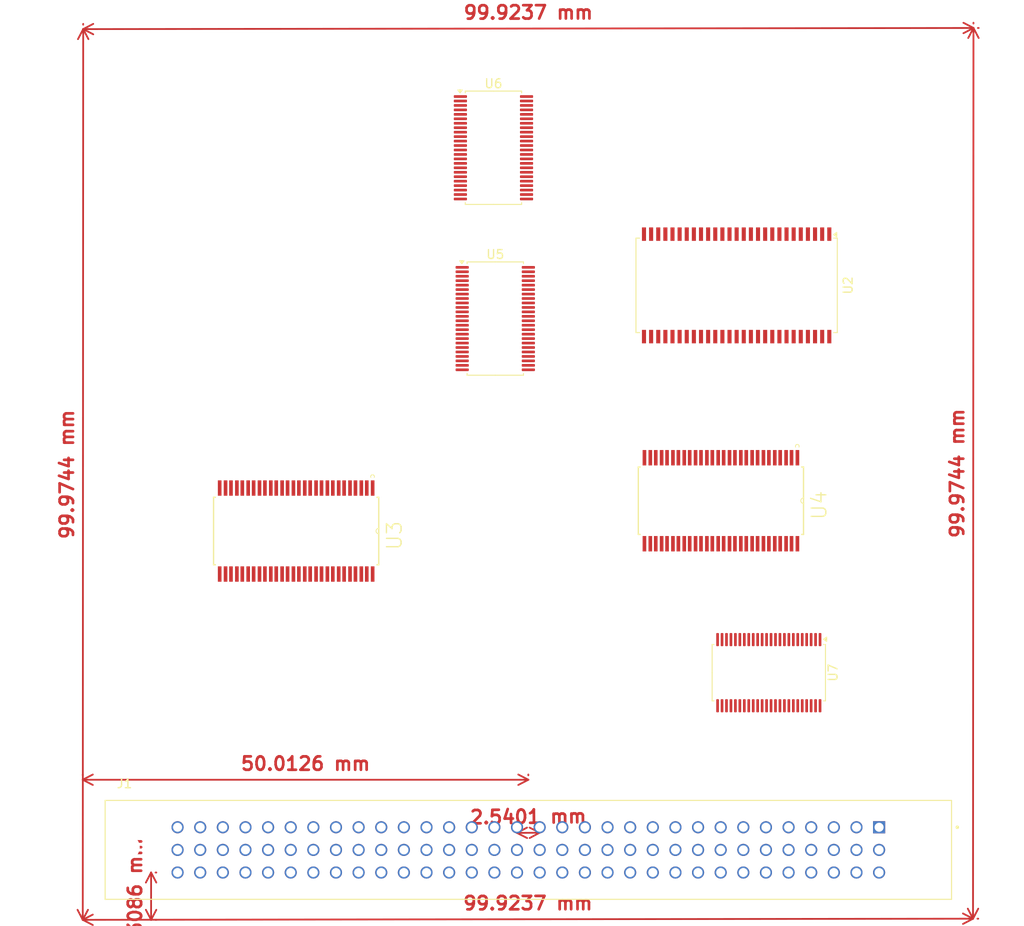
<source format=kicad_pcb>
(kicad_pcb (version 20240108) (generator "pcbnew") (generator_version "8.0")
  (layers (0 "F.Cu" signal) (31 "B.Cu" signal) (34 "B.Paste" user) (35 "F.Paste" user) (36 "B.SilkS" user "B.Silkscreen") (37 "F.SilkS" user "F.Silkscreen") (38 "B.Mask" user) (39 "F.Mask" user) (44 "Edge.Cuts" user))
  (net 0 "")
  (net 259 "Net-(U5-V_{CC(A)}-Pad31)")
  (net 260 "Net-(U5-GND-Pad10)")
  (net 270 "Net-(U5-V_{CC(B)}-Pad18)")
  (net 299 "Net-(U6-V_{CC(B)}-Pad18)")
  (net 303 "Net-(U6-GND-Pad10)")
  (net 310 "Net-(U6-V_{CC(A)}-Pad31)")
  (net 343 "Net-(U7-GND-Pad10)")
  (net 356 "Net-(U7-V_{CC(B)}-Pad18)")
  (net 357 "Net-(U7-V_{CC(A)}-Pad31)")
  (footprint "74AC16652DLR:SOP63P1035X279-56N" (layer "F.Cu") (at 129.7686 99.8728 -90)
    (property "Reference" "U4" (at 0.508 -11.0236 90) (layer "F.SilkS") (effects (font (size 1.64 1.64))))
    (property "Value" "74AC16652DLR")
    (pad "1" smd rect (at -4.826 -8.5852 270) (size 1.7272 0.4064) (layers "F.Cu" "F.Paste" "F.Mask"))
    (pad "2" smd rect (at -4.826 -7.9248 270) (size 1.7272 0.4064) (layers "F.Cu" "F.Paste" "F.Mask"))
    (pad "3" smd rect (at -4.826 -7.3152 270) (size 1.7272 0.4064) (layers "F.Cu" "F.Paste" "F.Mask"))
    (pad "4" smd rect (at -4.826 -6.6548 270) (size 1.7272 0.4064) (layers "F.Cu" "F.Paste" "F.Mask"))
    (pad "5" smd rect (at -4.826 -6.0452 270) (size 1.7272 0.4064) (layers "F.Cu" "F.Paste" "F.Mask"))
    (pad "6" smd rect (at -4.826 -5.3848 270) (size 1.7272 0.4064) (layers "F.Cu" "F.Paste" "F.Mask"))
    (pad "7" smd rect (at -4.826 -4.7752 270) (size 1.7272 0.4064) (layers "F.Cu" "F.Paste" "F.Mask"))
    (pad "8" smd rect (at -4.826 -4.1148 270) (size 1.7272 0.4064) (layers "F.Cu" "F.Paste" "F.Mask"))
    (pad "9" smd rect (at -4.826 -3.5052 270) (size 1.7272 0.4064) (layers "F.Cu" "F.Paste" "F.Mask"))
    (pad "10" smd rect (at -4.826 -2.8448 270) (size 1.7272 0.4064) (layers "F.Cu" "F.Paste" "F.Mask"))
    (pad "11" smd rect (at -4.826 -2.2352 270) (size 1.7272 0.4064) (layers "F.Cu" "F.Paste" "F.Mask"))
    (pad "12" smd rect (at -4.826 -1.5748 270) (size 1.7272 0.4064) (layers "F.Cu" "F.Paste" "F.Mask"))
    (pad "13" smd rect (at -4.826 -0.9652 270) (size 1.7272 0.4064) (layers "F.Cu" "F.Paste" "F.Mask"))
    (pad "14" smd rect (at -4.826 -0.3048 270) (size 1.7272 0.4064) (layers "F.Cu" "F.Paste" "F.Mask"))
    (pad "15" smd rect (at -4.826 0.3048 270) (size 1.7272 0.4064) (layers "F.Cu" "F.Paste" "F.Mask"))
    (pad "16" smd rect (at -4.826 0.9652 270) (size 1.7272 0.4064) (layers "F.Cu" "F.Paste" "F.Mask"))
    (pad "17" smd rect (at -4.826 1.5748 270) (size 1.7272 0.4064) (layers "F.Cu" "F.Paste" "F.Mask"))
    (pad "18" smd rect (at -4.826 2.2352 270) (size 1.7272 0.4064) (layers "F.Cu" "F.Paste" "F.Mask"))
    (pad "19" smd rect (at -4.826 2.8448 270) (size 1.7272 0.4064) (layers "F.Cu" "F.Paste" "F.Mask"))
    (pad "20" smd rect (at -4.826 3.5052 270) (size 1.7272 0.4064) (layers "F.Cu" "F.Paste" "F.Mask"))
    (pad "21" smd rect (at -4.826 4.1148 270) (size 1.7272 0.4064) (layers "F.Cu" "F.Paste" "F.Mask"))
    (pad "22" smd rect (at -4.826 4.7752 270) (size 1.7272 0.4064) (layers "F.Cu" "F.Paste" "F.Mask"))
    (pad "23" smd rect (at -4.826 5.3848 270) (size 1.7272 0.4064) (layers "F.Cu" "F.Paste" "F.Mask"))
    (pad "24" smd rect (at -4.826 6.0452 270) (size 1.7272 0.4064) (layers "F.Cu" "F.Paste" "F.Mask"))
    (pad "25" smd rect (at -4.826 6.6548 270) (size 1.7272 0.4064) (layers "F.Cu" "F.Paste" "F.Mask"))
    (pad "26" smd rect (at -4.826 7.3152 270) (size 1.7272 0.4064) (layers "F.Cu" "F.Paste" "F.Mask"))
    (pad "27" smd rect (at -4.826 7.9248 270) (size 1.7272 0.4064) (layers "F.Cu" "F.Paste" "F.Mask"))
    (pad "28" smd rect (at -4.826 8.5852 270) (size 1.7272 0.4064) (layers "F.Cu" "F.Paste" "F.Mask"))
    (pad "29" smd rect (at 4.826 8.5852 90) (size 1.7272 0.4064) (layers "F.Cu" "F.Paste" "F.Mask"))
    (pad "30" smd rect (at 4.826 7.9248 90) (size 1.7272 0.4064) (layers "F.Cu" "F.Paste" "F.Mask"))
    (pad "31" smd rect (at 4.826 7.3152 90) (size 1.7272 0.4064) (layers "F.Cu" "F.Paste" "F.Mask"))
    (pad "32" smd rect (at 4.826 6.6548 90) (size 1.7272 0.4064) (layers "F.Cu" "F.Paste" "F.Mask"))
    (pad "33" smd rect (at 4.826 6.0452 90) (size 1.7272 0.4064) (layers "F.Cu" "F.Paste" "F.Mask"))
    (pad "34" smd rect (at 4.826 5.3848 90) (size 1.7272 0.4064) (layers "F.Cu" "F.Paste" "F.Mask"))
    (pad "35" smd rect (at 4.826 4.7752 90) (size 1.7272 0.4064) (layers "F.Cu" "F.Paste" "F.Mask"))
    (pad "36" smd rect (at 4.826 4.1148 90) (size 1.7272 0.4064) (layers "F.Cu" "F.Paste" "F.Mask"))
    (pad "37" smd rect (at 4.826 3.5052 90) (size 1.7272 0.4064) (layers "F.Cu" "F.Paste" "F.Mask"))
    (pad "38" smd rect (at 4.826 2.8448 90) (size 1.7272 0.4064) (layers "F.Cu" "F.Paste" "F.Mask"))
    (pad "39" smd rect (at 4.826 2.2352 90) (size 1.7272 0.4064) (layers "F.Cu" "F.Paste" "F.Mask"))
    (pad "40" smd rect (at 4.826 1.5748 90) (size 1.7272 0.4064) (layers "F.Cu" "F.Paste" "F.Mask"))
    (pad "41" smd rect (at 4.826 0.9652 90) (size 1.7272 0.4064) (layers "F.Cu" "F.Paste" "F.Mask"))
    (pad "42" smd rect (at 4.826 0.3048 90) (size 1.7272 0.4064) (layers "F.Cu" "F.Paste" "F.Mask"))
    (pad "43" smd rect (at 4.826 -0.3048 90) (size 1.7272 0.4064) (layers "F.Cu" "F.Paste" "F.Mask"))
    (pad "44" smd rect (at 4.826 -0.9652 90) (size 1.7272 0.4064) (layers "F.Cu" "F.Paste" "F.Mask"))
    (pad "45" smd rect (at 4.826 -1.5748 90) (size 1.7272 0.4064) (layers "F.Cu" "F.Paste" "F.Mask"))
    (pad "46" smd rect (at 4.826 -2.2352 90) (size 1.7272 0.4064) (layers "F.Cu" "F.Paste" "F.Mask"))
    (pad "47" smd rect (at 4.826 -2.8448 90) (size 1.7272 0.4064) (layers "F.Cu" "F.Paste" "F.Mask"))
    (pad "48" smd rect (at 4.826 -3.5052 90) (size 1.7272 0.4064) (layers "F.Cu" "F.Paste" "F.Mask"))
    (pad "49" smd rect (at 4.826 -4.1148 90) (size 1.7272 0.4064) (layers "F.Cu" "F.Paste" "F.Mask"))
    (pad "50" smd rect (at 4.826 -4.7752 90) (size 1.7272 0.4064) (layers "F.Cu" "F.Paste" "F.Mask"))
    (pad "51" smd rect (at 4.826 -5.3848 90) (size 1.7272 0.4064) (layers "F.Cu" "F.Paste" "F.Mask"))
    (pad "52" smd rect (at 4.826 -6.0452 90) (size 1.7272 0.4064) (layers "F.Cu" "F.Paste" "F.Mask"))
    (pad "53" smd rect (at 4.826 -6.6548 90) (size 1.7272 0.4064) (layers "F.Cu" "F.Paste" "F.Mask"))
    (pad "54" smd rect (at 4.826 -7.3152 90) (size 1.7272 0.4064) (layers "F.Cu" "F.Paste" "F.Mask"))
    (pad "55" smd rect (at 4.826 -7.9248 90) (size 1.7272 0.4064) (layers "F.Cu" "F.Paste" "F.Mask"))
    (pad "56" smd rect (at 4.826 -8.5852 90) (size 1.7272 0.4064) (layers "F.Cu" "F.Paste" "F.Mask"))
  )
  (footprint "Package_SO:TSSOP-48_6.1x12.5mm_P0.5mm" (layer "F.Cu") (at 135.1442 119.1727 -90)
    (property "Reference" "U7" (at 0 -7.2 90) (layer "F.SilkS"))
    (property "Value" "74ALVC164245")
    (pad "1" smd roundrect (at -3.7125 -5.75 270) (size 1.475 0.3) (layers "F.Cu" "F.Paste" "F.Mask"))
    (pad "2" smd roundrect (at -3.7125 -5.25 270) (size 1.475 0.3) (layers "F.Cu" "F.Paste" "F.Mask"))
    (pad "3" smd roundrect (at -3.7125 -4.75 270) (size 1.475 0.3) (layers "F.Cu" "F.Paste" "F.Mask"))
    (pad "4" smd roundrect (at -3.7125 -4.25 270) (size 1.475 0.3) (layers "F.Cu" "F.Paste" "F.Mask") (net 343 "Net-(U7-GND-Pad10)"))
    (pad "5" smd roundrect (at -3.7125 -3.75 270) (size 1.475 0.3) (layers "F.Cu" "F.Paste" "F.Mask"))
    (pad "6" smd roundrect (at -3.7125 -3.25 270) (size 1.475 0.3) (layers "F.Cu" "F.Paste" "F.Mask"))
    (pad "7" smd roundrect (at -3.7125 -2.75 270) (size 1.475 0.3) (layers "F.Cu" "F.Paste" "F.Mask") (net 356 "Net-(U7-V_{CC(B)}-Pad18)"))
    (pad "8" smd roundrect (at -3.7125 -2.25 270) (size 1.475 0.3) (layers "F.Cu" "F.Paste" "F.Mask"))
    (pad "9" smd roundrect (at -3.7125 -1.75 270) (size 1.475 0.3) (layers "F.Cu" "F.Paste" "F.Mask"))
    (pad "10" smd roundrect (at -3.7125 -1.25 270) (size 1.475 0.3) (layers "F.Cu" "F.Paste" "F.Mask") (net 343 "Net-(U7-GND-Pad10)"))
    (pad "11" smd roundrect (at -3.7125 -0.75 270) (size 1.475 0.3) (layers "F.Cu" "F.Paste" "F.Mask"))
    (pad "12" smd roundrect (at -3.7125 -0.25 270) (size 1.475 0.3) (layers "F.Cu" "F.Paste" "F.Mask"))
    (pad "13" smd roundrect (at -3.7125 0.25 270) (size 1.475 0.3) (layers "F.Cu" "F.Paste" "F.Mask"))
    (pad "14" smd roundrect (at -3.7125 0.75 270) (size 1.475 0.3) (layers "F.Cu" "F.Paste" "F.Mask"))
    (pad "15" smd roundrect (at -3.7125 1.25 270) (size 1.475 0.3) (layers "F.Cu" "F.Paste" "F.Mask") (net 343 "Net-(U7-GND-Pad10)"))
    (pad "16" smd roundrect (at -3.7125 1.75 270) (size 1.475 0.3) (layers "F.Cu" "F.Paste" "F.Mask"))
    (pad "17" smd roundrect (at -3.7125 2.25 270) (size 1.475 0.3) (layers "F.Cu" "F.Paste" "F.Mask"))
    (pad "18" smd roundrect (at -3.7125 2.75 270) (size 1.475 0.3) (layers "F.Cu" "F.Paste" "F.Mask") (net 356 "Net-(U7-V_{CC(B)}-Pad18)"))
    (pad "19" smd roundrect (at -3.7125 3.25 270) (size 1.475 0.3) (layers "F.Cu" "F.Paste" "F.Mask"))
    (pad "20" smd roundrect (at -3.7125 3.75 270) (size 1.475 0.3) (layers "F.Cu" "F.Paste" "F.Mask"))
    (pad "21" smd roundrect (at -3.7125 4.25 270) (size 1.475 0.3) (layers "F.Cu" "F.Paste" "F.Mask") (net 343 "Net-(U7-GND-Pad10)"))
    (pad "22" smd roundrect (at -3.7125 4.75 270) (size 1.475 0.3) (layers "F.Cu" "F.Paste" "F.Mask"))
    (pad "23" smd roundrect (at -3.7125 5.25 270) (size 1.475 0.3) (layers "F.Cu" "F.Paste" "F.Mask"))
    (pad "24" smd roundrect (at -3.7125 5.75 270) (size 1.475 0.3) (layers "F.Cu" "F.Paste" "F.Mask"))
    (pad "25" smd roundrect (at 3.7125 5.75 270) (size 1.475 0.3) (layers "F.Cu" "F.Paste" "F.Mask"))
    (pad "26" smd roundrect (at 3.7125 5.25 270) (size 1.475 0.3) (layers "F.Cu" "F.Paste" "F.Mask"))
    (pad "27" smd roundrect (at 3.7125 4.75 270) (size 1.475 0.3) (layers "F.Cu" "F.Paste" "F.Mask"))
    (pad "28" smd roundrect (at 3.7125 4.25 270) (size 1.475 0.3) (layers "F.Cu" "F.Paste" "F.Mask") (net 343 "Net-(U7-GND-Pad10)"))
    (pad "29" smd roundrect (at 3.7125 3.75 270) (size 1.475 0.3) (layers "F.Cu" "F.Paste" "F.Mask"))
    (pad "30" smd roundrect (at 3.7125 3.25 270) (size 1.475 0.3) (layers "F.Cu" "F.Paste" "F.Mask"))
    (pad "31" smd roundrect (at 3.7125 2.75 270) (size 1.475 0.3) (layers "F.Cu" "F.Paste" "F.Mask") (net 357 "Net-(U7-V_{CC(A)}-Pad31)"))
    (pad "32" smd roundrect (at 3.7125 2.25 270) (size 1.475 0.3) (layers "F.Cu" "F.Paste" "F.Mask"))
    (pad "33" smd roundrect (at 3.7125 1.75 270) (size 1.475 0.3) (layers "F.Cu" "F.Paste" "F.Mask"))
    (pad "34" smd roundrect (at 3.7125 1.25 270) (size 1.475 0.3) (layers "F.Cu" "F.Paste" "F.Mask") (net 343 "Net-(U7-GND-Pad10)"))
    (pad "35" smd roundrect (at 3.7125 0.75 270) (size 1.475 0.3) (layers "F.Cu" "F.Paste" "F.Mask"))
    (pad "36" smd roundrect (at 3.7125 0.25 270) (size 1.475 0.3) (layers "F.Cu" "F.Paste" "F.Mask"))
    (pad "37" smd roundrect (at 3.7125 -0.25 270) (size 1.475 0.3) (layers "F.Cu" "F.Paste" "F.Mask"))
    (pad "38" smd roundrect (at 3.7125 -0.75 270) (size 1.475 0.3) (layers "F.Cu" "F.Paste" "F.Mask"))
    (pad "39" smd roundrect (at 3.7125 -1.25 270) (size 1.475 0.3) (layers "F.Cu" "F.Paste" "F.Mask") (net 343 "Net-(U7-GND-Pad10)"))
    (pad "40" smd roundrect (at 3.7125 -1.75 270) (size 1.475 0.3) (layers "F.Cu" "F.Paste" "F.Mask"))
    (pad "41" smd roundrect (at 3.7125 -2.25 270) (size 1.475 0.3) (layers "F.Cu" "F.Paste" "F.Mask"))
    (pad "42" smd roundrect (at 3.7125 -2.75 270) (size 1.475 0.3) (layers "F.Cu" "F.Paste" "F.Mask") (net 357 "Net-(U7-V_{CC(A)}-Pad31)"))
    (pad "43" smd roundrect (at 3.7125 -3.25 270) (size 1.475 0.3) (layers "F.Cu" "F.Paste" "F.Mask"))
    (pad "44" smd roundrect (at 3.7125 -3.75 270) (size 1.475 0.3) (layers "F.Cu" "F.Paste" "F.Mask"))
    (pad "45" smd roundrect (at 3.7125 -4.25 270) (size 1.475 0.3) (layers "F.Cu" "F.Paste" "F.Mask") (net 343 "Net-(U7-GND-Pad10)"))
    (pad "46" smd roundrect (at 3.7125 -4.75 270) (size 1.475 0.3) (layers "F.Cu" "F.Paste" "F.Mask"))
    (pad "47" smd roundrect (at 3.7125 -5.25 270) (size 1.475 0.3) (layers "F.Cu" "F.Paste" "F.Mask"))
    (pad "48" smd roundrect (at 3.7125 -5.75 270) (size 1.475 0.3) (layers "F.Cu" "F.Paste" "F.Mask"))
  )
  (footprint "Package_SO:TSSOP-48_6.1x12.5mm_P0.5mm" (layer "F.Cu") (at 104.4407 79.427)
    (property "Reference" "U5" (at 0 -7.2 0) (layer "F.SilkS"))
    (property "Value" "74ALVC164245")
    (pad "1" smd roundrect (at -3.7125 -5.75) (size 1.475 0.3) (layers "F.Cu" "F.Paste" "F.Mask"))
    (pad "2" smd roundrect (at -3.7125 -5.25) (size 1.475 0.3) (layers "F.Cu" "F.Paste" "F.Mask"))
    (pad "3" smd roundrect (at -3.7125 -4.75) (size 1.475 0.3) (layers "F.Cu" "F.Paste" "F.Mask"))
    (pad "4" smd roundrect (at -3.7125 -4.25) (size 1.475 0.3) (layers "F.Cu" "F.Paste" "F.Mask") (net 260 "Net-(U5-GND-Pad10)"))
    (pad "5" smd roundrect (at -3.7125 -3.75) (size 1.475 0.3) (layers "F.Cu" "F.Paste" "F.Mask"))
    (pad "6" smd roundrect (at -3.7125 -3.25) (size 1.475 0.3) (layers "F.Cu" "F.Paste" "F.Mask"))
    (pad "7" smd roundrect (at -3.7125 -2.75) (size 1.475 0.3) (layers "F.Cu" "F.Paste" "F.Mask") (net 270 "Net-(U5-V_{CC(B)}-Pad18)"))
    (pad "8" smd roundrect (at -3.7125 -2.25) (size 1.475 0.3) (layers "F.Cu" "F.Paste" "F.Mask"))
    (pad "9" smd roundrect (at -3.7125 -1.75) (size 1.475 0.3) (layers "F.Cu" "F.Paste" "F.Mask"))
    (pad "10" smd roundrect (at -3.7125 -1.25) (size 1.475 0.3) (layers "F.Cu" "F.Paste" "F.Mask") (net 260 "Net-(U5-GND-Pad10)"))
    (pad "11" smd roundrect (at -3.7125 -0.75) (size 1.475 0.3) (layers "F.Cu" "F.Paste" "F.Mask"))
    (pad "12" smd roundrect (at -3.7125 -0.25) (size 1.475 0.3) (layers "F.Cu" "F.Paste" "F.Mask"))
    (pad "13" smd roundrect (at -3.7125 0.25) (size 1.475 0.3) (layers "F.Cu" "F.Paste" "F.Mask"))
    (pad "14" smd roundrect (at -3.7125 0.75) (size 1.475 0.3) (layers "F.Cu" "F.Paste" "F.Mask"))
    (pad "15" smd roundrect (at -3.7125 1.25) (size 1.475 0.3) (layers "F.Cu" "F.Paste" "F.Mask") (net 260 "Net-(U5-GND-Pad10)"))
    (pad "16" smd roundrect (at -3.7125 1.75) (size 1.475 0.3) (layers "F.Cu" "F.Paste" "F.Mask"))
    (pad "17" smd roundrect (at -3.7125 2.25) (size 1.475 0.3) (layers "F.Cu" "F.Paste" "F.Mask"))
    (pad "18" smd roundrect (at -3.7125 2.75) (size 1.475 0.3) (layers "F.Cu" "F.Paste" "F.Mask") (net 270 "Net-(U5-V_{CC(B)}-Pad18)"))
    (pad "19" smd roundrect (at -3.7125 3.25) (size 1.475 0.3) (layers "F.Cu" "F.Paste" "F.Mask"))
    (pad "20" smd roundrect (at -3.7125 3.75) (size 1.475 0.3) (layers "F.Cu" "F.Paste" "F.Mask"))
    (pad "21" smd roundrect (at -3.7125 4.25) (size 1.475 0.3) (layers "F.Cu" "F.Paste" "F.Mask") (net 260 "Net-(U5-GND-Pad10)"))
    (pad "22" smd roundrect (at -3.7125 4.75) (size 1.475 0.3) (layers "F.Cu" "F.Paste" "F.Mask"))
    (pad "23" smd roundrect (at -3.7125 5.25) (size 1.475 0.3) (layers "F.Cu" "F.Paste" "F.Mask"))
    (pad "24" smd roundrect (at -3.7125 5.75) (size 1.475 0.3) (layers "F.Cu" "F.Paste" "F.Mask"))
    (pad "25" smd roundrect (at 3.7125 5.75) (size 1.475 0.3) (layers "F.Cu" "F.Paste" "F.Mask"))
    (pad "26" smd roundrect (at 3.7125 5.25) (size 1.475 0.3) (layers "F.Cu" "F.Paste" "F.Mask"))
    (pad "27" smd roundrect (at 3.7125 4.75) (size 1.475 0.3) (layers "F.Cu" "F.Paste" "F.Mask"))
    (pad "28" smd roundrect (at 3.7125 4.25) (size 1.475 0.3) (layers "F.Cu" "F.Paste" "F.Mask") (net 260 "Net-(U5-GND-Pad10)"))
    (pad "29" smd roundrect (at 3.7125 3.75) (size 1.475 0.3) (layers "F.Cu" "F.Paste" "F.Mask"))
    (pad "30" smd roundrect (at 3.7125 3.25) (size 1.475 0.3) (layers "F.Cu" "F.Paste" "F.Mask"))
    (pad "31" smd roundrect (at 3.7125 2.75) (size 1.475 0.3) (layers "F.Cu" "F.Paste" "F.Mask") (net 259 "Net-(U5-V_{CC(A)}-Pad31)"))
    (pad "32" smd roundrect (at 3.7125 2.25) (size 1.475 0.3) (layers "F.Cu" "F.Paste" "F.Mask"))
    (pad "33" smd roundrect (at 3.7125 1.75) (size 1.475 0.3) (layers "F.Cu" "F.Paste" "F.Mask"))
    (pad "34" smd roundrect (at 3.7125 1.25) (size 1.475 0.3) (layers "F.Cu" "F.Paste" "F.Mask") (net 260 "Net-(U5-GND-Pad10)"))
    (pad "35" smd roundrect (at 3.7125 0.75) (size 1.475 0.3) (layers "F.Cu" "F.Paste" "F.Mask"))
    (pad "36" smd roundrect (at 3.7125 0.25) (size 1.475 0.3) (layers "F.Cu" "F.Paste" "F.Mask"))
    (pad "37" smd roundrect (at 3.7125 -0.25) (size 1.475 0.3) (layers "F.Cu" "F.Paste" "F.Mask"))
    (pad "38" smd roundrect (at 3.7125 -0.75) (size 1.475 0.3) (layers "F.Cu" "F.Paste" "F.Mask"))
    (pad "39" smd roundrect (at 3.7125 -1.25) (size 1.475 0.3) (layers "F.Cu" "F.Paste" "F.Mask") (net 260 "Net-(U5-GND-Pad10)"))
    (pad "40" smd roundrect (at 3.7125 -1.75) (size 1.475 0.3) (layers "F.Cu" "F.Paste" "F.Mask"))
    (pad "41" smd roundrect (at 3.7125 -2.25) (size 1.475 0.3) (layers "F.Cu" "F.Paste" "F.Mask"))
    (pad "42" smd roundrect (at 3.7125 -2.75) (size 1.475 0.3) (layers "F.Cu" "F.Paste" "F.Mask") (net 259 "Net-(U5-V_{CC(A)}-Pad31)"))
    (pad "43" smd roundrect (at 3.7125 -3.25) (size 1.475 0.3) (layers "F.Cu" "F.Paste" "F.Mask"))
    (pad "44" smd roundrect (at 3.7125 -3.75) (size 1.475 0.3) (layers "F.Cu" "F.Paste" "F.Mask"))
    (pad "45" smd roundrect (at 3.7125 -4.25) (size 1.475 0.3) (layers "F.Cu" "F.Paste" "F.Mask") (net 260 "Net-(U5-GND-Pad10)"))
    (pad "46" smd roundrect (at 3.7125 -4.75) (size 1.475 0.3) (layers "F.Cu" "F.Paste" "F.Mask"))
    (pad "47" smd roundrect (at 3.7125 -5.25) (size 1.475 0.3) (layers "F.Cu" "F.Paste" "F.Mask"))
    (pad "48" smd roundrect (at 3.7125 -5.75) (size 1.475 0.3) (layers "F.Cu" "F.Paste" "F.Mask"))
  )
  (footprint "Package_SO:TSOP-II-54_22.2x10.16mm_P0.8mm" (layer "F.Cu") (at 131.5332 75.7016 -90)
    (property "Reference" "U2" (at 0 -12.5 90) (layer "F.SilkS"))
    (property "Value" "MR5A16A")
    (pad "1" smd rect (at -5.75 -10.4 270) (size 1.51 0.458) (layers "F.Cu" "F.Paste" "F.Mask"))
    (pad "2" smd rect (at -5.75 -9.6 270) (size 1.51 0.458) (layers "F.Cu" "F.Paste" "F.Mask"))
    (pad "3" smd rect (at -5.75 -8.8 270) (size 1.51 0.458) (layers "F.Cu" "F.Paste" "F.Mask"))
    (pad "4" smd rect (at -5.75 -8 270) (size 1.51 0.458) (layers "F.Cu" "F.Paste" "F.Mask"))
    (pad "5" smd rect (at -5.75 -7.2 270) (size 1.51 0.458) (layers "F.Cu" "F.Paste" "F.Mask"))
    (pad "6" smd rect (at -5.75 -6.4 270) (size 1.51 0.458) (layers "F.Cu" "F.Paste" "F.Mask"))
    (pad "7" smd rect (at -5.75 -5.6 270) (size 1.51 0.458) (layers "F.Cu" "F.Paste" "F.Mask"))
    (pad "8" smd rect (at -5.75 -4.8 270) (size 1.51 0.458) (layers "F.Cu" "F.Paste" "F.Mask"))
    (pad "9" smd rect (at -5.75 -4 270) (size 1.51 0.458) (layers "F.Cu" "F.Paste" "F.Mask"))
    (pad "10" smd rect (at -5.75 -3.2 270) (size 1.51 0.458) (layers "F.Cu" "F.Paste" "F.Mask"))
    (pad "11" smd rect (at -5.75 -2.4 270) (size 1.51 0.458) (layers "F.Cu" "F.Paste" "F.Mask"))
    (pad "12" smd rect (at -5.75 -1.6 270) (size 1.51 0.458) (layers "F.Cu" "F.Paste" "F.Mask"))
    (pad "13" smd rect (at -5.75 -0.8 270) (size 1.51 0.458) (layers "F.Cu" "F.Paste" "F.Mask"))
    (pad "14" smd rect (at -5.75 0 270) (size 1.51 0.458) (layers "F.Cu" "F.Paste" "F.Mask"))
    (pad "15" smd rect (at -5.75 0.8 270) (size 1.51 0.458) (layers "F.Cu" "F.Paste" "F.Mask"))
    (pad "16" smd rect (at -5.75 1.6 270) (size 1.51 0.458) (layers "F.Cu" "F.Paste" "F.Mask"))
    (pad "17" smd rect (at -5.75 2.4 270) (size 1.51 0.458) (layers "F.Cu" "F.Paste" "F.Mask"))
    (pad "18" smd rect (at -5.75 3.2 270) (size 1.51 0.458) (layers "F.Cu" "F.Paste" "F.Mask"))
    (pad "19" smd rect (at -5.75 4 270) (size 1.51 0.458) (layers "F.Cu" "F.Paste" "F.Mask"))
    (pad "20" smd rect (at -5.75 4.8 270) (size 1.51 0.458) (layers "F.Cu" "F.Paste" "F.Mask"))
    (pad "21" smd rect (at -5.75 5.6 270) (size 1.51 0.458) (layers "F.Cu" "F.Paste" "F.Mask"))
    (pad "22" smd rect (at -5.75 6.4 270) (size 1.51 0.458) (layers "F.Cu" "F.Paste" "F.Mask"))
    (pad "23" smd rect (at -5.75 7.2 270) (size 1.51 0.458) (layers "F.Cu" "F.Paste" "F.Mask"))
    (pad "24" smd rect (at -5.75 8 270) (size 1.51 0.458) (layers "F.Cu" "F.Paste" "F.Mask"))
    (pad "25" smd rect (at -5.75 8.8 270) (size 1.51 0.458) (layers "F.Cu" "F.Paste" "F.Mask"))
    (pad "26" smd rect (at -5.75 9.6 270) (size 1.51 0.458) (layers "F.Cu" "F.Paste" "F.Mask"))
    (pad "27" smd rect (at -5.75 10.4 270) (size 1.51 0.458) (layers "F.Cu" "F.Paste" "F.Mask"))
    (pad "28" smd rect (at 5.75 10.4 270) (size 1.51 0.458) (layers "F.Cu" "F.Paste" "F.Mask"))
    (pad "29" smd rect (at 5.75 9.6 270) (size 1.51 0.458) (layers "F.Cu" "F.Paste" "F.Mask"))
    (pad "30" smd rect (at 5.75 8.8 270) (size 1.51 0.458) (layers "F.Cu" "F.Paste" "F.Mask"))
    (pad "31" smd rect (at 5.75 8 270) (size 1.51 0.458) (layers "F.Cu" "F.Paste" "F.Mask"))
    (pad "32" smd rect (at 5.75 7.2 270) (size 1.51 0.458) (layers "F.Cu" "F.Paste" "F.Mask"))
    (pad "33" smd rect (at 5.75 6.4 270) (size 1.51 0.458) (layers "F.Cu" "F.Paste" "F.Mask"))
    (pad "34" smd rect (at 5.75 5.6 270) (size 1.51 0.458) (layers "F.Cu" "F.Paste" "F.Mask"))
    (pad "35" smd rect (at 5.75 4.8 270) (size 1.51 0.458) (layers "F.Cu" "F.Paste" "F.Mask"))
    (pad "36" smd rect (at 5.75 4 270) (size 1.51 0.458) (layers "F.Cu" "F.Paste" "F.Mask"))
    (pad "37" smd rect (at 5.75 3.2 270) (size 1.51 0.458) (layers "F.Cu" "F.Paste" "F.Mask"))
    (pad "38" smd rect (at 5.75 2.4 270) (size 1.51 0.458) (layers "F.Cu" "F.Paste" "F.Mask"))
    (pad "39" smd rect (at 5.75 1.6 270) (size 1.51 0.458) (layers "F.Cu" "F.Paste" "F.Mask"))
    (pad "40" smd rect (at 5.75 0.8 270) (size 1.51 0.458) (layers "F.Cu" "F.Paste" "F.Mask"))
    (pad "41" smd rect (at 5.75 0 270) (size 1.51 0.458) (layers "F.Cu" "F.Paste" "F.Mask"))
    (pad "42" smd rect (at 5.75 -0.8 270) (size 1.51 0.458) (layers "F.Cu" "F.Paste" "F.Mask"))
    (pad "43" smd rect (at 5.75 -1.6 270) (size 1.51 0.458) (layers "F.Cu" "F.Paste" "F.Mask"))
    (pad "44" smd rect (at 5.75 -2.4 270) (size 1.51 0.458) (layers "F.Cu" "F.Paste" "F.Mask"))
    (pad "45" smd rect (at 5.75 -3.2 270) (size 1.51 0.458) (layers "F.Cu" "F.Paste" "F.Mask"))
    (pad "46" smd rect (at 5.75 -4 270) (size 1.51 0.458) (layers "F.Cu" "F.Paste" "F.Mask"))
    (pad "47" smd rect (at 5.75 -4.8 270) (size 1.51 0.458) (layers "F.Cu" "F.Paste" "F.Mask"))
    (pad "48" smd rect (at 5.75 -5.6 270) (size 1.51 0.458) (layers "F.Cu" "F.Paste" "F.Mask"))
    (pad "49" smd rect (at 5.75 -6.4 270) (size 1.51 0.458) (layers "F.Cu" "F.Paste" "F.Mask"))
    (pad "50" smd rect (at 5.75 -7.2 270) (size 1.51 0.458) (layers "F.Cu" "F.Paste" "F.Mask"))
    (pad "51" smd rect (at 5.75 -8 270) (size 1.51 0.458) (layers "F.Cu" "F.Paste" "F.Mask"))
    (pad "52" smd rect (at 5.75 -8.8 270) (size 1.51 0.458) (layers "F.Cu" "F.Paste" "F.Mask"))
    (pad "53" smd rect (at 5.75 -9.6 270) (size 1.51 0.458) (layers "F.Cu" "F.Paste" "F.Mask"))
    (pad "54" smd rect (at 5.75 -10.4 270) (size 1.51 0.458) (layers "F.Cu" "F.Paste" "F.Mask"))
  )
  (footprint "Package_SO:TSSOP-48_6.1x12.5mm_P0.5mm" (layer "F.Cu") (at 104.2375 60.2566)
    (property "Reference" "U6" (at 0 -7.2 0) (layer "F.SilkS"))
    (property "Value" "74ALVC164245")
    (pad "1" smd roundrect (at -3.7125 -5.75) (size 1.475 0.3) (layers "F.Cu" "F.Paste" "F.Mask"))
    (pad "2" smd roundrect (at -3.7125 -5.25) (size 1.475 0.3) (layers "F.Cu" "F.Paste" "F.Mask"))
    (pad "3" smd roundrect (at -3.7125 -4.75) (size 1.475 0.3) (layers "F.Cu" "F.Paste" "F.Mask"))
    (pad "4" smd roundrect (at -3.7125 -4.25) (size 1.475 0.3) (layers "F.Cu" "F.Paste" "F.Mask") (net 303 "Net-(U6-GND-Pad10)"))
    (pad "5" smd roundrect (at -3.7125 -3.75) (size 1.475 0.3) (layers "F.Cu" "F.Paste" "F.Mask"))
    (pad "6" smd roundrect (at -3.7125 -3.25) (size 1.475 0.3) (layers "F.Cu" "F.Paste" "F.Mask"))
    (pad "7" smd roundrect (at -3.7125 -2.75) (size 1.475 0.3) (layers "F.Cu" "F.Paste" "F.Mask") (net 299 "Net-(U6-V_{CC(B)}-Pad18)"))
    (pad "8" smd roundrect (at -3.7125 -2.25) (size 1.475 0.3) (layers "F.Cu" "F.Paste" "F.Mask"))
    (pad "9" smd roundrect (at -3.7125 -1.75) (size 1.475 0.3) (layers "F.Cu" "F.Paste" "F.Mask"))
    (pad "10" smd roundrect (at -3.7125 -1.25) (size 1.475 0.3) (layers "F.Cu" "F.Paste" "F.Mask") (net 303 "Net-(U6-GND-Pad10)"))
    (pad "11" smd roundrect (at -3.7125 -0.75) (size 1.475 0.3) (layers "F.Cu" "F.Paste" "F.Mask"))
    (pad "12" smd roundrect (at -3.7125 -0.25) (size 1.475 0.3) (layers "F.Cu" "F.Paste" "F.Mask"))
    (pad "13" smd roundrect (at -3.7125 0.25) (size 1.475 0.3) (layers "F.Cu" "F.Paste" "F.Mask"))
    (pad "14" smd roundrect (at -3.7125 0.75) (size 1.475 0.3) (layers "F.Cu" "F.Paste" "F.Mask"))
    (pad "15" smd roundrect (at -3.7125 1.25) (size 1.475 0.3) (layers "F.Cu" "F.Paste" "F.Mask") (net 303 "Net-(U6-GND-Pad10)"))
    (pad "16" smd roundrect (at -3.7125 1.75) (size 1.475 0.3) (layers "F.Cu" "F.Paste" "F.Mask"))
    (pad "17" smd roundrect (at -3.7125 2.25) (size 1.475 0.3) (layers "F.Cu" "F.Paste" "F.Mask"))
    (pad "18" smd roundrect (at -3.7125 2.75) (size 1.475 0.3) (layers "F.Cu" "F.Paste" "F.Mask") (net 299 "Net-(U6-V_{CC(B)}-Pad18)"))
    (pad "19" smd roundrect (at -3.7125 3.25) (size 1.475 0.3) (layers "F.Cu" "F.Paste" "F.Mask"))
    (pad "20" smd roundrect (at -3.7125 3.75) (size 1.475 0.3) (layers "F.Cu" "F.Paste" "F.Mask"))
    (pad "21" smd roundrect (at -3.7125 4.25) (size 1.475 0.3) (layers "F.Cu" "F.Paste" "F.Mask") (net 303 "Net-(U6-GND-Pad10)"))
    (pad "22" smd roundrect (at -3.7125 4.75) (size 1.475 0.3) (layers "F.Cu" "F.Paste" "F.Mask"))
    (pad "23" smd roundrect (at -3.7125 5.25) (size 1.475 0.3) (layers "F.Cu" "F.Paste" "F.Mask"))
    (pad "24" smd roundrect (at -3.7125 5.75) (size 1.475 0.3) (layers "F.Cu" "F.Paste" "F.Mask"))
    (pad "25" smd roundrect (at 3.7125 5.75) (size 1.475 0.3) (layers "F.Cu" "F.Paste" "F.Mask"))
    (pad "26" smd roundrect (at 3.7125 5.25) (size 1.475 0.3) (layers "F.Cu" "F.Paste" "F.Mask"))
    (pad "27" smd roundrect (at 3.7125 4.75) (size 1.475 0.3) (layers "F.Cu" "F.Paste" "F.Mask"))
    (pad "28" smd roundrect (at 3.7125 4.25) (size 1.475 0.3) (layers "F.Cu" "F.Paste" "F.Mask") (net 303 "Net-(U6-GND-Pad10)"))
    (pad "29" smd roundrect (at 3.7125 3.75) (size 1.475 0.3) (layers "F.Cu" "F.Paste" "F.Mask"))
    (pad "30" smd roundrect (at 3.7125 3.25) (size 1.475 0.3) (layers "F.Cu" "F.Paste" "F.Mask"))
    (pad "31" smd roundrect (at 3.7125 2.75) (size 1.475 0.3) (layers "F.Cu" "F.Paste" "F.Mask") (net 310 "Net-(U6-V_{CC(A)}-Pad31)"))
    (pad "32" smd roundrect (at 3.7125 2.25) (size 1.475 0.3) (layers "F.Cu" "F.Paste" "F.Mask"))
    (pad "33" smd roundrect (at 3.7125 1.75) (size 1.475 0.3) (layers "F.Cu" "F.Paste" "F.Mask"))
    (pad "34" smd roundrect (at 3.7125 1.25) (size 1.475 0.3) (layers "F.Cu" "F.Paste" "F.Mask") (net 303 "Net-(U6-GND-Pad10)"))
    (pad "35" smd roundrect (at 3.7125 0.75) (size 1.475 0.3) (layers "F.Cu" "F.Paste" "F.Mask"))
    (pad "36" smd roundrect (at 3.7125 0.25) (size 1.475 0.3) (layers "F.Cu" "F.Paste" "F.Mask"))
    (pad "37" smd roundrect (at 3.7125 -0.25) (size 1.475 0.3) (layers "F.Cu" "F.Paste" "F.Mask"))
    (pad "38" smd roundrect (at 3.7125 -0.75) (size 1.475 0.3) (layers "F.Cu" "F.Paste" "F.Mask"))
    (pad "39" smd roundrect (at 3.7125 -1.25) (size 1.475 0.3) (layers "F.Cu" "F.Paste" "F.Mask") (net 303 "Net-(U6-GND-Pad10)"))
    (pad "40" smd roundrect (at 3.7125 -1.75) (size 1.475 0.3) (layers "F.Cu" "F.Paste" "F.Mask"))
    (pad "41" smd roundrect (at 3.7125 -2.25) (size 1.475 0.3) (layers "F.Cu" "F.Paste" "F.Mask"))
    (pad "42" smd roundrect (at 3.7125 -2.75) (size 1.475 0.3) (layers "F.Cu" "F.Paste" "F.Mask") (net 310 "Net-(U6-V_{CC(A)}-Pad31)"))
    (pad "43" smd roundrect (at 3.7125 -3.25) (size 1.475 0.3) (layers "F.Cu" "F.Paste" "F.Mask"))
    (pad "44" smd roundrect (at 3.7125 -3.75) (size 1.475 0.3) (layers "F.Cu" "F.Paste" "F.Mask"))
    (pad "45" smd roundrect (at 3.7125 -4.25) (size 1.475 0.3) (layers "F.Cu" "F.Paste" "F.Mask") (net 303 "Net-(U6-GND-Pad10)"))
    (pad "46" smd roundrect (at 3.7125 -4.75) (size 1.475 0.3) (layers "F.Cu" "F.Paste" "F.Mask"))
    (pad "47" smd roundrect (at 3.7125 -5.25) (size 1.475 0.3) (layers "F.Cu" "F.Paste" "F.Mask"))
    (pad "48" smd roundrect (at 3.7125 -5.75) (size 1.475 0.3) (layers "F.Cu" "F.Paste" "F.Mask"))
  )
  (footprint "5650889-5:TE_5650889-5" (layer "F.Cu") (at 147.5232 136.525)
    (property "Reference" "J1" (at -84.695 -4.895 0) (layer "F.SilkS"))
    (property "Value" "5650889-5")
    (pad "" np_thru_hole circle (at -84.38 2.24) (size 2.79 2.79) (drill 2.79) (layers "*.Cu" "*.Mask"))
    (pad "" np_thru_hole circle (at 5.64 2.24) (size 2.79 2.79) (drill 2.79) (layers "*.Cu" "*.Mask"))
    (pad "A1" thru_hole rect (at 0 0) (size 1.365 1.365) (drill 1.015) (layers "*.Cu" "*.Mask"))
    (pad "A2" thru_hole circle (at -2.54 0) (size 1.365 1.365) (drill 1.015) (layers "*.Cu" "*.Mask"))
    (pad "A3" thru_hole circle (at -5.08 0) (size 1.365 1.365) (drill 1.015) (layers "*.Cu" "*.Mask"))
    (pad "A4" thru_hole circle (at -7.62 0) (size 1.365 1.365) (drill 1.015) (layers "*.Cu" "*.Mask"))
    (pad "A5" thru_hole circle (at -10.16 0) (size 1.365 1.365) (drill 1.015) (layers "*.Cu" "*.Mask"))
    (pad "A6" thru_hole circle (at -12.7 0) (size 1.365 1.365) (drill 1.015) (layers "*.Cu" "*.Mask"))
    (pad "A7" thru_hole circle (at -15.24 0) (size 1.365 1.365) (drill 1.015) (layers "*.Cu" "*.Mask"))
    (pad "A8" thru_hole circle (at -17.78 0) (size 1.365 1.365) (drill 1.015) (layers "*.Cu" "*.Mask"))
    (pad "A9" thru_hole circle (at -20.32 0) (size 1.365 1.365) (drill 1.015) (layers "*.Cu" "*.Mask"))
    (pad "A10" thru_hole circle (at -22.86 0) (size 1.365 1.365) (drill 1.015) (layers "*.Cu" "*.Mask"))
    (pad "A11" thru_hole circle (at -25.4 0) (size 1.365 1.365) (drill 1.015) (layers "*.Cu" "*.Mask"))
    (pad "A12" thru_hole circle (at -27.94 0) (size 1.365 1.365) (drill 1.015) (layers "*.Cu" "*.Mask"))
    (pad "A13" thru_hole circle (at -30.48 0) (size 1.365 1.365) (drill 1.015) (layers "*.Cu" "*.Mask"))
    (pad "A14" thru_hole circle (at -33.02 0) (size 1.365 1.365) (drill 1.015) (layers "*.Cu" "*.Mask"))
    (pad "A15" thru_hole circle (at -35.56 0) (size 1.365 1.365) (drill 1.015) (layers "*.Cu" "*.Mask"))
    (pad "A16" thru_hole circle (at -38.1 0) (size 1.365 1.365) (drill 1.015) (layers "*.Cu" "*.Mask"))
    (pad "A17" thru_hole circle (at -40.64 0) (size 1.365 1.365) (drill 1.015) (layers "*.Cu" "*.Mask"))
    (pad "A18" thru_hole circle (at -43.18 0) (size 1.365 1.365) (drill 1.015) (layers "*.Cu" "*.Mask"))
    (pad "A19" thru_hole circle (at -45.72 0) (size 1.365 1.365) (drill 1.015) (layers "*.Cu" "*.Mask"))
    (pad "A20" thru_hole circle (at -48.26 0) (size 1.365 1.365) (drill 1.015) (layers "*.Cu" "*.Mask"))
    (pad "A21" thru_hole circle (at -50.8 0) (size 1.365 1.365) (drill 1.015) (layers "*.Cu" "*.Mask"))
    (pad "A22" thru_hole circle (at -53.34 0) (size 1.365 1.365) (drill 1.015) (layers "*.Cu" "*.Mask"))
    (pad "A23" thru_hole circle (at -55.88 0) (size 1.365 1.365) (drill 1.015) (layers "*.Cu" "*.Mask"))
    (pad "A24" thru_hole circle (at -58.42 0) (size 1.365 1.365) (drill 1.015) (layers "*.Cu" "*.Mask"))
    (pad "A25" thru_hole circle (at -60.96 0) (size 1.365 1.365) (drill 1.015) (layers "*.Cu" "*.Mask"))
    (pad "A26" thru_hole circle (at -63.5 0) (size 1.365 1.365) (drill 1.015) (layers "*.Cu" "*.Mask"))
    (pad "A27" thru_hole circle (at -66.04 0) (size 1.365 1.365) (drill 1.015) (layers "*.Cu" "*.Mask"))
    (pad "A28" thru_hole circle (at -68.58 0) (size 1.365 1.365) (drill 1.015) (layers "*.Cu" "*.Mask"))
    (pad "A29" thru_hole circle (at -71.12 0) (size 1.365 1.365) (drill 1.015) (layers "*.Cu" "*.Mask"))
    (pad "A30" thru_hole circle (at -73.66 0) (size 1.365 1.365) (drill 1.015) (layers "*.Cu" "*.Mask"))
    (pad "A31" thru_hole circle (at -76.2 0) (size 1.365 1.365) (drill 1.015) (layers "*.Cu" "*.Mask"))
    (pad "A32" thru_hole circle (at -78.74 0) (size 1.365 1.365) (drill 1.015) (layers "*.Cu" "*.Mask"))
    (pad "B1" thru_hole circle (at 0 2.54) (size 1.365 1.365) (drill 1.015) (layers "*.Cu" "*.Mask"))
    (pad "B2" thru_hole circle (at -2.54 2.54) (size 1.365 1.365) (drill 1.015) (layers "*.Cu" "*.Mask"))
    (pad "B3" thru_hole circle (at -5.08 2.54) (size 1.365 1.365) (drill 1.015) (layers "*.Cu" "*.Mask"))
    (pad "B4" thru_hole circle (at -7.62 2.54) (size 1.365 1.365) (drill 1.015) (layers "*.Cu" "*.Mask"))
    (pad "B5" thru_hole circle (at -10.16 2.54) (size 1.365 1.365) (drill 1.015) (layers "*.Cu" "*.Mask"))
    (pad "B6" thru_hole circle (at -12.7 2.54) (size 1.365 1.365) (drill 1.015) (layers "*.Cu" "*.Mask"))
    (pad "B7" thru_hole circle (at -15.24 2.54) (size 1.365 1.365) (drill 1.015) (layers "*.Cu" "*.Mask"))
    (pad "B8" thru_hole circle (at -17.78 2.54) (size 1.365 1.365) (drill 1.015) (layers "*.Cu" "*.Mask"))
    (pad "B9" thru_hole circle (at -20.32 2.54) (size 1.365 1.365) (drill 1.015) (layers "*.Cu" "*.Mask"))
    (pad "B10" thru_hole circle (at -22.86 2.54) (size 1.365 1.365) (drill 1.015) (layers "*.Cu" "*.Mask"))
    (pad "B11" thru_hole circle (at -25.4 2.54) (size 1.365 1.365) (drill 1.015) (layers "*.Cu" "*.Mask"))
    (pad "B12" thru_hole circle (at -27.94 2.54) (size 1.365 1.365) (drill 1.015) (layers "*.Cu" "*.Mask"))
    (pad "B13" thru_hole circle (at -30.48 2.54) (size 1.365 1.365) (drill 1.015) (layers "*.Cu" "*.Mask"))
    (pad "B14" thru_hole circle (at -33.02 2.54) (size 1.365 1.365) (drill 1.015) (layers "*.Cu" "*.Mask"))
    (pad "B15" thru_hole circle (at -35.56 2.54) (size 1.365 1.365) (drill 1.015) (layers "*.Cu" "*.Mask"))
    (pad "B16" thru_hole circle (at -38.1 2.54) (size 1.365 1.365) (drill 1.015) (layers "*.Cu" "*.Mask"))
    (pad "B17" thru_hole circle (at -40.64 2.54) (size 1.365 1.365) (drill 1.015) (layers "*.Cu" "*.Mask"))
    (pad "B18" thru_hole circle (at -43.18 2.54) (size 1.365 1.365) (drill 1.015) (layers "*.Cu" "*.Mask"))
    (pad "B19" thru_hole circle (at -45.72 2.54) (size 1.365 1.365) (drill 1.015) (layers "*.Cu" "*.Mask"))
    (pad "B20" thru_hole circle (at -48.26 2.54) (size 1.365 1.365) (drill 1.015) (layers "*.Cu" "*.Mask"))
    (pad "B21" thru_hole circle (at -50.8 2.54) (size 1.365 1.365) (drill 1.015) (layers "*.Cu" "*.Mask"))
    (pad "B22" thru_hole circle (at -53.34 2.54) (size 1.365 1.365) (drill 1.015) (layers "*.Cu" "*.Mask"))
    (pad "B23" thru_hole circle (at -55.88 2.54) (size 1.365 1.365) (drill 1.015) (layers "*.Cu" "*.Mask"))
    (pad "B24" thru_hole circle (at -58.42 2.54) (size 1.365 1.365) (drill 1.015) (layers "*.Cu" "*.Mask"))
    (pad "B25" thru_hole circle (at -60.96 2.54) (size 1.365 1.365) (drill 1.015) (layers "*.Cu" "*.Mask"))
    (pad "B26" thru_hole circle (at -63.5 2.54) (size 1.365 1.365) (drill 1.015) (layers "*.Cu" "*.Mask"))
    (pad "B27" thru_hole circle (at -66.04 2.54) (size 1.365 1.365) (drill 1.015) (layers "*.Cu" "*.Mask"))
    (pad "B28" thru_hole circle (at -68.58 2.54) (size 1.365 1.365) (drill 1.015) (layers "*.Cu" "*.Mask"))
    (pad "B29" thru_hole circle (at -71.12 2.54) (size 1.365 1.365) (drill 1.015) (layers "*.Cu" "*.Mask"))
    (pad "B30" thru_hole circle (at -73.66 2.54) (size 1.365 1.365) (drill 1.015) (layers "*.Cu" "*.Mask"))
    (pad "B31" thru_hole circle (at -76.2 2.54) (size 1.365 1.365) (drill 1.015) (layers "*.Cu" "*.Mask"))
    (pad "B32" thru_hole circle (at -78.74 2.54) (size 1.365 1.365) (drill 1.015) (layers "*.Cu" "*.Mask"))
    (pad "C1" thru_hole circle (at 0 5.08) (size 1.365 1.365) (drill 1.015) (layers "*.Cu" "*.Mask"))
    (pad "C2" thru_hole circle (at -2.54 5.08) (size 1.365 1.365) (drill 1.015) (layers "*.Cu" "*.Mask"))
    (pad "C3" thru_hole circle (at -5.08 5.08) (size 1.365 1.365) (drill 1.015) (layers "*.Cu" "*.Mask"))
    (pad "C4" thru_hole circle (at -7.62 5.08) (size 1.365 1.365) (drill 1.015) (layers "*.Cu" "*.Mask"))
    (pad "C5" thru_hole circle (at -10.16 5.08) (size 1.365 1.365) (drill 1.015) (layers "*.Cu" "*.Mask"))
    (pad "C6" thru_hole circle (at -12.7 5.08) (size 1.365 1.365) (drill 1.015) (layers "*.Cu" "*.Mask"))
    (pad "C7" thru_hole circle (at -15.24 5.08) (size 1.365 1.365) (drill 1.015) (layers "*.Cu" "*.Mask"))
    (pad "C8" thru_hole circle (at -17.78 5.08) (size 1.365 1.365) (drill 1.015) (layers "*.Cu" "*.Mask"))
    (pad "C9" thru_hole circle (at -20.32 5.08) (size 1.365 1.365) (drill 1.015) (layers "*.Cu" "*.Mask"))
    (pad "C10" thru_hole circle (at -22.86 5.08) (size 1.365 1.365) (drill 1.015) (layers "*.Cu" "*.Mask"))
    (pad "C11" thru_hole circle (at -25.4 5.08) (size 1.365 1.365) (drill 1.015) (layers "*.Cu" "*.Mask"))
    (pad "C12" thru_hole circle (at -27.94 5.08) (size 1.365 1.365) (drill 1.015) (layers "*.Cu" "*.Mask"))
    (pad "C13" thru_hole circle (at -30.48 5.08) (size 1.365 1.365) (drill 1.015) (layers "*.Cu" "*.Mask"))
    (pad "C14" thru_hole circle (at -33.02 5.08) (size 1.365 1.365) (drill 1.015) (layers "*.Cu" "*.Mask"))
    (pad "C15" thru_hole circle (at -35.56 5.08) (size 1.365 1.365) (drill 1.015) (layers "*.Cu" "*.Mask"))
    (pad "C16" thru_hole circle (at -38.1 5.08) (size 1.365 1.365) (drill 1.015) (layers "*.Cu" "*.Mask"))
    (pad "C17" thru_hole circle (at -40.64 5.08) (size 1.365 1.365) (drill 1.015) (layers "*.Cu" "*.Mask"))
    (pad "C18" thru_hole circle (at -43.18 5.08) (size 1.365 1.365) (drill 1.015) (layers "*.Cu" "*.Mask"))
    (pad "C19" thru_hole circle (at -45.72 5.08) (size 1.365 1.365) (drill 1.015) (layers "*.Cu" "*.Mask"))
    (pad "C20" thru_hole circle (at -48.26 5.08) (size 1.365 1.365) (drill 1.015) (layers "*.Cu" "*.Mask"))
    (pad "C21" thru_hole circle (at -50.8 5.08) (size 1.365 1.365) (drill 1.015) (layers "*.Cu" "*.Mask"))
    (pad "C22" thru_hole circle (at -53.34 5.08) (size 1.365 1.365) (drill 1.015) (layers "*.Cu" "*.Mask"))
    (pad "C23" thru_hole circle (at -55.88 5.08) (size 1.365 1.365) (drill 1.015) (layers "*.Cu" "*.Mask"))
    (pad "C24" thru_hole circle (at -58.42 5.08) (size 1.365 1.365) (drill 1.015) (layers "*.Cu" "*.Mask"))
    (pad "C25" thru_hole circle (at -60.96 5.08) (size 1.365 1.365) (drill 1.015) (layers "*.Cu" "*.Mask"))
    (pad "C26" thru_hole circle (at -63.5 5.08) (size 1.365 1.365) (drill 1.015) (layers "*.Cu" "*.Mask"))
    (pad "C27" thru_hole circle (at -66.04 5.08) (size 1.365 1.365) (drill 1.015) (layers "*.Cu" "*.Mask"))
    (pad "C28" thru_hole circle (at -68.58 5.08) (size 1.365 1.365) (drill 1.015) (layers "*.Cu" "*.Mask"))
    (pad "C29" thru_hole circle (at -71.12 5.08) (size 1.365 1.365) (drill 1.015) (layers "*.Cu" "*.Mask"))
    (pad "C30" thru_hole circle (at -73.66 5.08) (size 1.365 1.365) (drill 1.015) (layers "*.Cu" "*.Mask"))
    (pad "C31" thru_hole circle (at -76.2 5.08) (size 1.365 1.365) (drill 1.015) (layers "*.Cu" "*.Mask"))
    (pad "C32" thru_hole circle (at -78.74 5.08) (size 1.365 1.365) (drill 1.015) (layers "*.Cu" "*.Mask"))
  )
  (footprint "74AC16652DLR:SOP63P1035X279-56N" (layer "F.Cu") (at 82.0928 103.2764 -90)
    (property "Reference" "U3" (at 0.508 -11.0236 90) (layer "F.SilkS") (effects (font (size 1.64 1.64))))
    (property "Value" "74AC16652DLR")
    (pad "1" smd rect (at -4.826 -8.5852 270) (size 1.7272 0.4064) (layers "F.Cu" "F.Paste" "F.Mask"))
    (pad "2" smd rect (at -4.826 -7.9248 270) (size 1.7272 0.4064) (layers "F.Cu" "F.Paste" "F.Mask"))
    (pad "3" smd rect (at -4.826 -7.3152 270) (size 1.7272 0.4064) (layers "F.Cu" "F.Paste" "F.Mask"))
    (pad "4" smd rect (at -4.826 -6.6548 270) (size 1.7272 0.4064) (layers "F.Cu" "F.Paste" "F.Mask"))
    (pad "5" smd rect (at -4.826 -6.0452 270) (size 1.7272 0.4064) (layers "F.Cu" "F.Paste" "F.Mask"))
    (pad "6" smd rect (at -4.826 -5.3848 270) (size 1.7272 0.4064) (layers "F.Cu" "F.Paste" "F.Mask"))
    (pad "7" smd rect (at -4.826 -4.7752 270) (size 1.7272 0.4064) (layers "F.Cu" "F.Paste" "F.Mask"))
    (pad "8" smd rect (at -4.826 -4.1148 270) (size 1.7272 0.4064) (layers "F.Cu" "F.Paste" "F.Mask"))
    (pad "9" smd rect (at -4.826 -3.5052 270) (size 1.7272 0.4064) (layers "F.Cu" "F.Paste" "F.Mask"))
    (pad "10" smd rect (at -4.826 -2.8448 270) (size 1.7272 0.4064) (layers "F.Cu" "F.Paste" "F.Mask"))
    (pad "11" smd rect (at -4.826 -2.2352 270) (size 1.7272 0.4064) (layers "F.Cu" "F.Paste" "F.Mask"))
    (pad "12" smd rect (at -4.826 -1.5748 270) (size 1.7272 0.4064) (layers "F.Cu" "F.Paste" "F.Mask"))
    (pad "13" smd rect (at -4.826 -0.9652 270) (size 1.7272 0.4064) (layers "F.Cu" "F.Paste" "F.Mask"))
    (pad "14" smd rect (at -4.826 -0.3048 270) (size 1.7272 0.4064) (layers "F.Cu" "F.Paste" "F.Mask"))
    (pad "15" smd rect (at -4.826 0.3048 270) (size 1.7272 0.4064) (layers "F.Cu" "F.Paste" "F.Mask"))
    (pad "16" smd rect (at -4.826 0.9652 270) (size 1.7272 0.4064) (layers "F.Cu" "F.Paste" "F.Mask"))
    (pad "17" smd rect (at -4.826 1.5748 270) (size 1.7272 0.4064) (layers "F.Cu" "F.Paste" "F.Mask"))
    (pad "18" smd rect (at -4.826 2.2352 270) (size 1.7272 0.4064) (layers "F.Cu" "F.Paste" "F.Mask"))
    (pad "19" smd rect (at -4.826 2.8448 270) (size 1.7272 0.4064) (layers "F.Cu" "F.Paste" "F.Mask"))
    (pad "20" smd rect (at -4.826 3.5052 270) (size 1.7272 0.4064) (layers "F.Cu" "F.Paste" "F.Mask"))
    (pad "21" smd rect (at -4.826 4.1148 270) (size 1.7272 0.4064) (layers "F.Cu" "F.Paste" "F.Mask"))
    (pad "22" smd rect (at -4.826 4.7752 270) (size 1.7272 0.4064) (layers "F.Cu" "F.Paste" "F.Mask"))
    (pad "23" smd rect (at -4.826 5.3848 270) (size 1.7272 0.4064) (layers "F.Cu" "F.Paste" "F.Mask"))
    (pad "24" smd rect (at -4.826 6.0452 270) (size 1.7272 0.4064) (layers "F.Cu" "F.Paste" "F.Mask"))
    (pad "25" smd rect (at -4.826 6.6548 270) (size 1.7272 0.4064) (layers "F.Cu" "F.Paste" "F.Mask"))
    (pad "26" smd rect (at -4.826 7.3152 270) (size 1.7272 0.4064) (layers "F.Cu" "F.Paste" "F.Mask"))
    (pad "27" smd rect (at -4.826 7.9248 270) (size 1.7272 0.4064) (layers "F.Cu" "F.Paste" "F.Mask"))
    (pad "28" smd rect (at -4.826 8.5852 270) (size 1.7272 0.4064) (layers "F.Cu" "F.Paste" "F.Mask"))
    (pad "29" smd rect (at 4.826 8.5852 90) (size 1.7272 0.4064) (layers "F.Cu" "F.Paste" "F.Mask"))
    (pad "30" smd rect (at 4.826 7.9248 90) (size 1.7272 0.4064) (layers "F.Cu" "F.Paste" "F.Mask"))
    (pad "31" smd rect (at 4.826 7.3152 90) (size 1.7272 0.4064) (layers "F.Cu" "F.Paste" "F.Mask"))
    (pad "32" smd rect (at 4.826 6.6548 90) (size 1.7272 0.4064) (layers "F.Cu" "F.Paste" "F.Mask"))
    (pad "33" smd rect (at 4.826 6.0452 90) (size 1.7272 0.4064) (layers "F.Cu" "F.Paste" "F.Mask"))
    (pad "34" smd rect (at 4.826 5.3848 90) (size 1.7272 0.4064) (layers "F.Cu" "F.Paste" "F.Mask"))
    (pad "35" smd rect (at 4.826 4.7752 90) (size 1.7272 0.4064) (layers "F.Cu" "F.Paste" "F.Mask"))
    (pad "36" smd rect (at 4.826 4.1148 90) (size 1.7272 0.4064) (layers "F.Cu" "F.Paste" "F.Mask"))
    (pad "37" smd rect (at 4.826 3.5052 90) (size 1.7272 0.4064) (layers "F.Cu" "F.Paste" "F.Mask"))
    (pad "38" smd rect (at 4.826 2.8448 90) (size 1.7272 0.4064) (layers "F.Cu" "F.Paste" "F.Mask"))
    (pad "39" smd rect (at 4.826 2.2352 90) (size 1.7272 0.4064) (layers "F.Cu" "F.Paste" "F.Mask"))
    (pad "40" smd rect (at 4.826 1.5748 90) (size 1.7272 0.4064) (layers "F.Cu" "F.Paste" "F.Mask"))
    (pad "41" smd rect (at 4.826 0.9652 90) (size 1.7272 0.4064) (layers "F.Cu" "F.Paste" "F.Mask"))
    (pad "42" smd rect (at 4.826 0.3048 90) (size 1.7272 0.4064) (layers "F.Cu" "F.Paste" "F.Mask"))
    (pad "43" smd rect (at 4.826 -0.3048 90) (size 1.7272 0.4064) (layers "F.Cu" "F.Paste" "F.Mask"))
    (pad "44" smd rect (at 4.826 -0.9652 90) (size 1.7272 0.4064) (layers "F.Cu" "F.Paste" "F.Mask"))
    (pad "45" smd rect (at 4.826 -1.5748 90) (size 1.7272 0.4064) (layers "F.Cu" "F.Paste" "F.Mask"))
    (pad "46" smd rect (at 4.826 -2.2352 90) (size 1.7272 0.4064) (layers "F.Cu" "F.Paste" "F.Mask"))
    (pad "47" smd rect (at 4.826 -2.8448 90) (size 1.7272 0.4064) (layers "F.Cu" "F.Paste" "F.Mask"))
    (pad "48" smd rect (at 4.826 -3.5052 90) (size 1.7272 0.4064) (layers "F.Cu" "F.Paste" "F.Mask"))
    (pad "49" smd rect (at 4.826 -4.1148 90) (size 1.7272 0.4064) (layers "F.Cu" "F.Paste" "F.Mask"))
    (pad "50" smd rect (at 4.826 -4.7752 90) (size 1.7272 0.4064) (layers "F.Cu" "F.Paste" "F.Mask"))
    (pad "51" smd rect (at 4.826 -5.3848 90) (size 1.7272 0.4064) (layers "F.Cu" "F.Paste" "F.Mask"))
    (pad "52" smd rect (at 4.826 -6.0452 90) (size 1.7272 0.4064) (layers "F.Cu" "F.Paste" "F.Mask"))
    (pad "53" smd rect (at 4.826 -6.6548 90) (size 1.7272 0.4064) (layers "F.Cu" "F.Paste" "F.Mask"))
    (pad "54" smd rect (at 4.826 -7.3152 90) (size 1.7272 0.4064) (layers "F.Cu" "F.Paste" "F.Mask"))
    (pad "55" smd rect (at 4.826 -7.9248 90) (size 1.7272 0.4064) (layers "F.Cu" "F.Paste" "F.Mask"))
    (pad "56" smd rect (at 4.826 -8.5852 90) (size 1.7272 0.4064) (layers "F.Cu" "F.Paste" "F.Mask"))
  )
  (dimension (type aligned) (layer "F.Cu") (pts (xy 158.115 46.8122) (xy 158.0642 146.7866)) (height 0) (gr_text "99.9744 mm" (at 156.2896 96.798485 89.97088629) (layer "F.Cu") (effects (font (size 1.5 1.5) (thickness 0.3)))) (format (prefix "") (suffix "") (units 3) (units_format 1) (precision 4)) (style (thickness 0.2) (arrow_length 1.27) (text_position_mode 0) (extension_height 0.58642) (extension_offset 0.5) keep_text_aligned))
  (dimension (type aligned) (layer "F.Cu") (pts (xy 58.1914 46.9392) (xy 58.1406 146.9136)) (height 0) (gr_text "99.9744 mm" (at 56.366 96.925485 89.97088629) (layer "F.Cu") (effects (font (size 1.5 1.5) (thickness 0.3)))) (format (prefix "") (suffix "") (units 3) (units_format 1) (precision 4)) (style (thickness 0.2) (arrow_length 1.27) (text_position_mode 0) (extension_height 0.58642) (extension_offset 0.5) keep_text_aligned))
  (dimension (type aligned) (layer "F.Cu") (pts (xy 106.8832 137.16) (xy 109.4232 137.1346)) (height 0) (gr_text "2.5401 mm" (at 108.135201 135.34739 0.5729386977) (layer "F.Cu") (effects (font (size 1.5 1.5) (thickness 0.3)))) (format (prefix "") (suffix "") (units 3) (units_format 1) (precision 4)) (style (thickness 0.2) (arrow_length 1.27) (text_position_mode 0) (extension_height 0.58642) (extension_offset 0.5) keep_text_aligned))
  (dimension (type aligned) (layer "F.Cu") (pts (xy 65.8114 141.605) (xy 65.8114 146.9136)) (height 0) (gr_text "5.3086 mm" (at 64.0114 144.2593 90) (layer "F.Cu") (effects (font (size 1.5 1.5) (thickness 0.3)))) (format (prefix "") (suffix "") (units 3) (units_format 1) (precision 4)) (style (thickness 0.2) (arrow_length 1.27) (text_position_mode 0) (extension_height 0.58642) (extension_offset 0.5) keep_text_aligned))
  (dimension (type aligned) (layer "F.Cu") (pts (xy 58.1914 46.9392) (xy 158.115 46.8122)) (height 0) (gr_text "99.9237 mm" (at 108.150912 45.075701 0.07282123623) (layer "F.Cu") (effects (font (size 1.5 1.5) (thickness 0.3)))) (format (prefix "") (suffix "") (units 3) (units_format 1) (precision 4)) (style (thickness 0.2) (arrow_length 1.27) (text_position_mode 0) (extension_height 0.58642) (extension_offset 0.5) keep_text_aligned))
  (dimension (type aligned) (layer "F.Cu") (pts (xy 58.1406 131.191) (xy 108.1532 131.191)) (height 0) (gr_text "50.0126 mm" (at 83.1469 129.391 0) (layer "F.Cu") (effects (font (size 1.5 1.5) (thickness 0.3)))) (format (prefix "") (suffix "") (units 3) (units_format 1) (precision 4)) (style (thickness 0.2) (arrow_length 1.27) (text_position_mode 0) (extension_height 0.58642) (extension_offset 0.5) keep_text_aligned))
  (dimension (type aligned) (layer "F.Cu") (pts (xy 58.1406 146.9136) (xy 158.0642 146.7866)) (height 0) (gr_text "99.9237 mm" (at 108.100112 145.050101 0.07282123623) (layer "F.Cu") (effects (font (size 1.5 1.5) (thickness 0.3)))) (format (prefix "") (suffix "") (units 3) (units_format 1) (precision 4)) (style (thickness 0.2) (arrow_length 1.27) (text_position_mode 0) (extension_height 0.58642) (extension_offset 0.5) keep_text_aligned))
)
</source>
